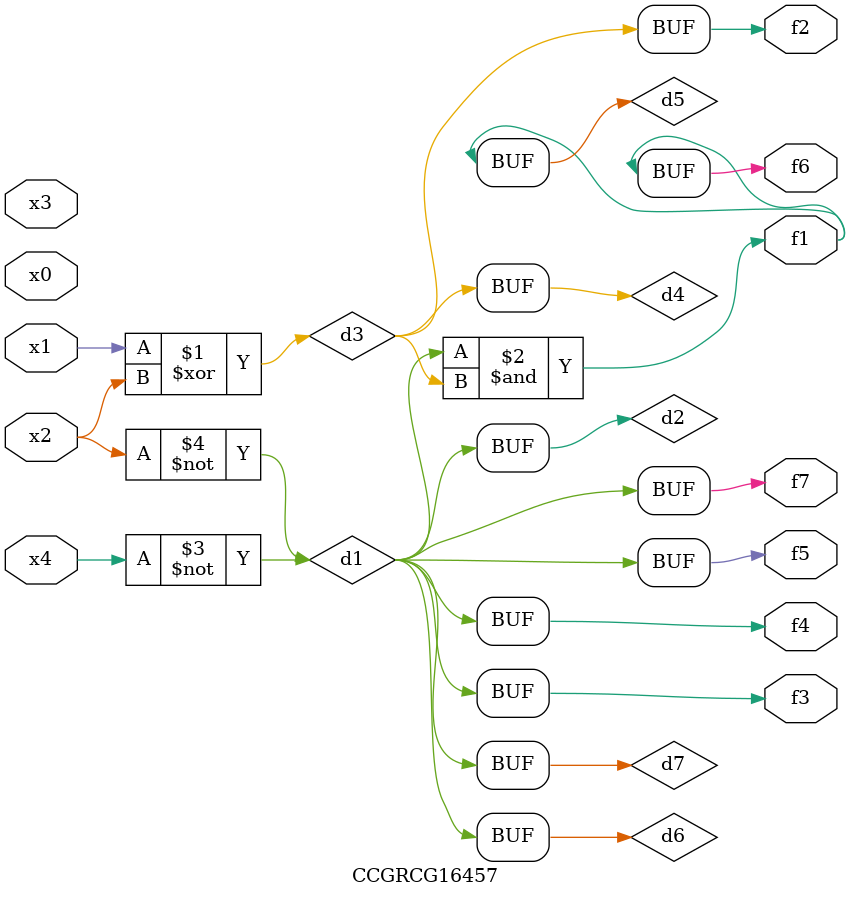
<source format=v>
module CCGRCG16457(
	input x0, x1, x2, x3, x4,
	output f1, f2, f3, f4, f5, f6, f7
);

	wire d1, d2, d3, d4, d5, d6, d7;

	not (d1, x4);
	not (d2, x2);
	xor (d3, x1, x2);
	buf (d4, d3);
	and (d5, d1, d3);
	buf (d6, d1, d2);
	buf (d7, d2);
	assign f1 = d5;
	assign f2 = d4;
	assign f3 = d7;
	assign f4 = d7;
	assign f5 = d7;
	assign f6 = d5;
	assign f7 = d7;
endmodule

</source>
